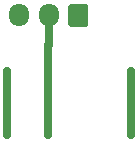
<source format=gbl>
G04 #@! TF.GenerationSoftware,KiCad,Pcbnew,5.0.1*
G04 #@! TF.CreationDate,2019-03-09T23:09:41-08:00*
G04 #@! TF.ProjectId,phoenix-adapter,70686F656E69782D616461707465722E,0.1*
G04 #@! TF.SameCoordinates,Original*
G04 #@! TF.FileFunction,Copper,L2,Bot,Signal*
G04 #@! TF.FilePolarity,Positive*
%FSLAX46Y46*%
G04 Gerber Fmt 4.6, Leading zero omitted, Abs format (unit mm)*
G04 Created by KiCad (PCBNEW 5.0.1) date Sat 09 Mar 2019 11:09:41 PM PST*
%MOMM*%
%LPD*%
G01*
G04 APERTURE LIST*
G04 #@! TA.AperFunction,Conductor*
%ADD10C,0.100000*%
G04 #@! TD*
G04 #@! TA.AperFunction,ComponentPad*
%ADD11C,1.700000*%
G04 #@! TD*
G04 #@! TA.AperFunction,ComponentPad*
%ADD12O,1.700000X1.950000*%
G04 #@! TD*
G04 #@! TA.AperFunction,ViaPad*
%ADD13C,0.609600*%
G04 #@! TD*
G04 #@! TA.AperFunction,Conductor*
%ADD14C,0.635000*%
G04 #@! TD*
G04 APERTURE END LIST*
D10*
G04 #@! TO.N,/RIGHT*
G04 #@! TO.C,CON101*
G36*
X142864504Y-115612204D02*
X142888773Y-115615804D01*
X142912571Y-115621765D01*
X142935671Y-115630030D01*
X142957849Y-115640520D01*
X142978893Y-115653133D01*
X142998598Y-115667747D01*
X143016777Y-115684223D01*
X143033253Y-115702402D01*
X143047867Y-115722107D01*
X143060480Y-115743151D01*
X143070970Y-115765329D01*
X143079235Y-115788429D01*
X143085196Y-115812227D01*
X143088796Y-115836496D01*
X143090000Y-115861000D01*
X143090000Y-117311000D01*
X143088796Y-117335504D01*
X143085196Y-117359773D01*
X143079235Y-117383571D01*
X143070970Y-117406671D01*
X143060480Y-117428849D01*
X143047867Y-117449893D01*
X143033253Y-117469598D01*
X143016777Y-117487777D01*
X142998598Y-117504253D01*
X142978893Y-117518867D01*
X142957849Y-117531480D01*
X142935671Y-117541970D01*
X142912571Y-117550235D01*
X142888773Y-117556196D01*
X142864504Y-117559796D01*
X142840000Y-117561000D01*
X141640000Y-117561000D01*
X141615496Y-117559796D01*
X141591227Y-117556196D01*
X141567429Y-117550235D01*
X141544329Y-117541970D01*
X141522151Y-117531480D01*
X141501107Y-117518867D01*
X141481402Y-117504253D01*
X141463223Y-117487777D01*
X141446747Y-117469598D01*
X141432133Y-117449893D01*
X141419520Y-117428849D01*
X141409030Y-117406671D01*
X141400765Y-117383571D01*
X141394804Y-117359773D01*
X141391204Y-117335504D01*
X141390000Y-117311000D01*
X141390000Y-115861000D01*
X141391204Y-115836496D01*
X141394804Y-115812227D01*
X141400765Y-115788429D01*
X141409030Y-115765329D01*
X141419520Y-115743151D01*
X141432133Y-115722107D01*
X141446747Y-115702402D01*
X141463223Y-115684223D01*
X141481402Y-115667747D01*
X141501107Y-115653133D01*
X141522151Y-115640520D01*
X141544329Y-115630030D01*
X141567429Y-115621765D01*
X141591227Y-115615804D01*
X141615496Y-115612204D01*
X141640000Y-115611000D01*
X142840000Y-115611000D01*
X142864504Y-115612204D01*
X142864504Y-115612204D01*
G37*
D11*
G04 #@! TD*
G04 #@! TO.P,CON101,1*
G04 #@! TO.N,/RIGHT*
X142240000Y-116586000D03*
D12*
G04 #@! TO.P,CON101,2*
G04 #@! TO.N,GND*
X139740000Y-116586000D03*
G04 #@! TO.P,CON101,3*
G04 #@! TO.N,/LEFT*
X137240000Y-116586000D03*
G04 #@! TD*
D13*
G04 #@! TO.N,GND*
X139700000Y-121300000D03*
G04 #@! TO.N,/LEFT*
X146700000Y-121300000D03*
G04 #@! TO.N,/RIGHT*
X136200000Y-121300000D03*
G04 #@! TD*
D14*
G04 #@! TO.N,GND*
X139700000Y-121300000D02*
X139700000Y-126700000D01*
X139700000Y-120300000D02*
X139700000Y-121300000D01*
X139700000Y-119100000D02*
X139700000Y-120300000D01*
X139740000Y-119060000D02*
X139740000Y-116586000D01*
X139700000Y-119100000D02*
X139740000Y-119060000D01*
G04 #@! TO.N,/LEFT*
X146700000Y-121300000D02*
X146700000Y-126700000D01*
G04 #@! TO.N,/RIGHT*
X136200000Y-121300000D02*
X136200000Y-126700000D01*
G04 #@! TD*
M02*

</source>
